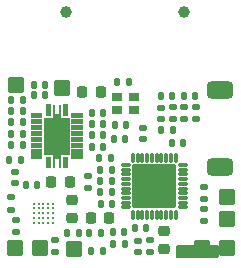
<source format=gbr>
%TF.GenerationSoftware,KiCad,Pcbnew,8.0.4*%
%TF.CreationDate,2024-11-25T16:13:59-04:00*%
%TF.ProjectId,Beacon-WirelessCharge,42656163-6f6e-42d5-9769-72656c657373,rev?*%
%TF.SameCoordinates,Original*%
%TF.FileFunction,Soldermask,Top*%
%TF.FilePolarity,Negative*%
%FSLAX46Y46*%
G04 Gerber Fmt 4.6, Leading zero omitted, Abs format (unit mm)*
G04 Created by KiCad (PCBNEW 8.0.4) date 2024-11-25 16:13:59*
%MOMM*%
%LPD*%
G01*
G04 APERTURE LIST*
G04 Aperture macros list*
%AMRoundRect*
0 Rectangle with rounded corners*
0 $1 Rounding radius*
0 $2 $3 $4 $5 $6 $7 $8 $9 X,Y pos of 4 corners*
0 Add a 4 corners polygon primitive as box body*
4,1,4,$2,$3,$4,$5,$6,$7,$8,$9,$2,$3,0*
0 Add four circle primitives for the rounded corners*
1,1,$1+$1,$2,$3*
1,1,$1+$1,$4,$5*
1,1,$1+$1,$6,$7*
1,1,$1+$1,$8,$9*
0 Add four rect primitives between the rounded corners*
20,1,$1+$1,$2,$3,$4,$5,0*
20,1,$1+$1,$4,$5,$6,$7,0*
20,1,$1+$1,$6,$7,$8,$9,0*
20,1,$1+$1,$8,$9,$2,$3,0*%
G04 Aperture macros list end*
%ADD10C,0.000000*%
%ADD11RoundRect,0.147500X-0.172500X0.147500X-0.172500X-0.147500X0.172500X-0.147500X0.172500X0.147500X0*%
%ADD12RoundRect,0.140000X-0.140000X-0.170000X0.140000X-0.170000X0.140000X0.170000X-0.140000X0.170000X0*%
%ADD13RoundRect,0.225000X-0.250000X0.225000X-0.250000X-0.225000X0.250000X-0.225000X0.250000X0.225000X0*%
%ADD14RoundRect,0.135000X0.135000X0.185000X-0.135000X0.185000X-0.135000X-0.185000X0.135000X-0.185000X0*%
%ADD15RoundRect,0.225000X0.225000X0.250000X-0.225000X0.250000X-0.225000X-0.250000X0.225000X-0.250000X0*%
%ADD16RoundRect,0.140000X-0.170000X0.140000X-0.170000X-0.140000X0.170000X-0.140000X0.170000X0.140000X0*%
%ADD17RoundRect,0.140000X0.140000X0.170000X-0.140000X0.170000X-0.140000X-0.170000X0.140000X-0.170000X0*%
%ADD18RoundRect,0.140000X-0.560000X-0.560000X0.560000X-0.560000X0.560000X0.560000X-0.560000X0.560000X0*%
%ADD19RoundRect,0.147500X-0.147500X-0.172500X0.147500X-0.172500X0.147500X0.172500X-0.147500X0.172500X0*%
%ADD20O,0.352400X1.002400*%
%ADD21O,1.002400X0.352400*%
%ADD22RoundRect,0.076200X1.750000X-1.750000X1.750000X1.750000X-1.750000X1.750000X-1.750000X-1.750000X0*%
%ADD23R,0.280000X0.850000*%
%ADD24R,0.850000X0.280000*%
%ADD25RoundRect,0.218750X0.218750X0.256250X-0.218750X0.256250X-0.218750X-0.256250X0.218750X-0.256250X0*%
%ADD26RoundRect,0.135000X-0.185000X0.135000X-0.185000X-0.135000X0.185000X-0.135000X0.185000X0.135000X0*%
%ADD27C,1.000000*%
%ADD28RoundRect,0.140000X0.170000X-0.140000X0.170000X0.140000X-0.170000X0.140000X-0.170000X-0.140000X0*%
%ADD29RoundRect,0.368300X-0.733300X0.368300X-0.733300X-0.368300X0.733300X-0.368300X0.733300X0.368300X0*%
%ADD30RoundRect,0.218750X-0.218750X-0.256250X0.218750X-0.256250X0.218750X0.256250X-0.218750X0.256250X0*%
%ADD31RoundRect,0.135000X0.185000X-0.135000X0.185000X0.135000X-0.185000X0.135000X-0.185000X-0.135000X0*%
%ADD32RoundRect,0.135000X-0.135000X-0.185000X0.135000X-0.185000X0.135000X0.185000X-0.135000X0.185000X0*%
%ADD33R,0.900000X0.800000*%
%ADD34RoundRect,0.147500X0.172500X-0.147500X0.172500X0.147500X-0.172500X0.147500X-0.172500X-0.147500X0*%
%ADD35C,0.226000*%
G04 APERTURE END LIST*
D10*
%TO.C,U1*%
G36*
X47030000Y-61960001D02*
G01*
X46039999Y-61960001D01*
X46039999Y-61539999D01*
X47030000Y-61539999D01*
X47030000Y-61960001D01*
G37*
G36*
X47030000Y-62460000D02*
G01*
X46039999Y-62460000D01*
X46039999Y-62040000D01*
X47030000Y-62040000D01*
X47030000Y-62460000D01*
G37*
G36*
X47030000Y-62960001D02*
G01*
X46039999Y-62960001D01*
X46039999Y-62539999D01*
X47030000Y-62539999D01*
X47030000Y-62960001D01*
G37*
G36*
X47030000Y-63460000D02*
G01*
X46039999Y-63460000D01*
X46039999Y-63040001D01*
X47030000Y-63040001D01*
X47030000Y-63460000D01*
G37*
G36*
X47030000Y-63959999D02*
G01*
X46039999Y-63959999D01*
X46039999Y-63540000D01*
X47030000Y-63540000D01*
X47030000Y-63959999D01*
G37*
G36*
X47030000Y-64460001D02*
G01*
X46039999Y-64460001D01*
X46039999Y-64039999D01*
X47030000Y-64039999D01*
X47030000Y-64460001D01*
G37*
G36*
X47030000Y-64960000D02*
G01*
X46039999Y-64960000D01*
X46039999Y-64540000D01*
X47030000Y-64540000D01*
X47030000Y-64960000D01*
G37*
G36*
X47030000Y-65460001D02*
G01*
X46039999Y-65460001D01*
X46039999Y-65039999D01*
X47030000Y-65039999D01*
X47030000Y-65460001D01*
G37*
G36*
X47666300Y-65088499D02*
G01*
X47171500Y-65088499D01*
X47171500Y-61911501D01*
X47666300Y-61911501D01*
X47666300Y-65088499D01*
G37*
G36*
X49348500Y-65040000D02*
G01*
X47200000Y-65040000D01*
X47171500Y-61911501D01*
X49348500Y-61911501D01*
X49348500Y-65040000D01*
G37*
G36*
X49348500Y-63300000D02*
G01*
X47171500Y-63300000D01*
X47171500Y-62912600D01*
X49348500Y-62912600D01*
X49348500Y-63300000D01*
G37*
G36*
X49348500Y-64087400D02*
G01*
X47171500Y-64087400D01*
X47171500Y-63700000D01*
X49348500Y-63700000D01*
X49348500Y-64087400D01*
G37*
G36*
X49348500Y-65088499D02*
G01*
X47171500Y-65088499D01*
X47171500Y-64487400D01*
X49348500Y-64487400D01*
X49348500Y-65088499D01*
G37*
G36*
X47720001Y-61769998D02*
G01*
X47299999Y-61769998D01*
X47299999Y-60780000D01*
X47720001Y-60780000D01*
X47720001Y-61769998D01*
G37*
G36*
X47720001Y-66220000D02*
G01*
X47299999Y-66220000D01*
X47299999Y-65230002D01*
X47720001Y-65230002D01*
X47720001Y-66220000D01*
G37*
G36*
X48453700Y-65088499D02*
G01*
X48066300Y-65088499D01*
X48066300Y-61911501D01*
X48453700Y-61911501D01*
X48453700Y-65088499D01*
G37*
G36*
X49220001Y-61769998D02*
G01*
X48799999Y-61769998D01*
X48799999Y-60780000D01*
X49220001Y-60780000D01*
X49220001Y-61769998D01*
G37*
G36*
X49220001Y-66220000D02*
G01*
X48799999Y-66220000D01*
X48799999Y-65230002D01*
X49220001Y-65230002D01*
X49220001Y-66220000D01*
G37*
G36*
X49348500Y-65088499D02*
G01*
X48853700Y-65088499D01*
X48853700Y-61911501D01*
X49348500Y-61911501D01*
X49348500Y-65088499D01*
G37*
G36*
X50480001Y-61960001D02*
G01*
X49490000Y-61960001D01*
X49490000Y-61539999D01*
X50480001Y-61539999D01*
X50480001Y-61960001D01*
G37*
G36*
X50480001Y-62460000D02*
G01*
X49490000Y-62460000D01*
X49490000Y-62040000D01*
X50480001Y-62040000D01*
X50480001Y-62460000D01*
G37*
G36*
X50480001Y-62960001D02*
G01*
X49490000Y-62960001D01*
X49490000Y-62539999D01*
X50480001Y-62539999D01*
X50480001Y-62960001D01*
G37*
G36*
X50480001Y-63460000D02*
G01*
X49490000Y-63460000D01*
X49490000Y-63040001D01*
X50480001Y-63040001D01*
X50480001Y-63460000D01*
G37*
G36*
X50480001Y-63959999D02*
G01*
X49490000Y-63959999D01*
X49490000Y-63540000D01*
X50480001Y-63540000D01*
X50480001Y-63959999D01*
G37*
G36*
X50480001Y-64460001D02*
G01*
X49490000Y-64460001D01*
X49490000Y-64039999D01*
X50480001Y-64039999D01*
X50480001Y-64460001D01*
G37*
G36*
X50480001Y-64960000D02*
G01*
X49490000Y-64960000D01*
X49490000Y-64540000D01*
X50480001Y-64540000D01*
X50480001Y-64960000D01*
G37*
G36*
X50480001Y-65460001D02*
G01*
X49490000Y-65460001D01*
X49490000Y-65039999D01*
X50480001Y-65039999D01*
X50480001Y-65460001D01*
G37*
G36*
X48100000Y-61575001D02*
G01*
X48420000Y-61575001D01*
X48420000Y-60850001D01*
X48635000Y-60850001D01*
X48635000Y-61975001D01*
X47885000Y-61975001D01*
X47885000Y-60850001D01*
X48100000Y-60850001D01*
X48100000Y-61575001D01*
G37*
G36*
X48100000Y-61575001D02*
G01*
X48420000Y-61575001D01*
X48420000Y-60850001D01*
X48635000Y-60850001D01*
X48635000Y-61975001D01*
X47885000Y-61975001D01*
X47885000Y-60850001D01*
X48100000Y-60850001D01*
X48100000Y-61575001D01*
G37*
G36*
X48635000Y-66149999D02*
G01*
X48420000Y-66149999D01*
X48420000Y-65424999D01*
X48100000Y-65424999D01*
X48100000Y-66149999D01*
X47885000Y-66149999D01*
X47885000Y-65024999D01*
X48635000Y-65024999D01*
X48635000Y-66149999D01*
G37*
G36*
X48635000Y-66149999D02*
G01*
X48420000Y-66149999D01*
X48420000Y-65424999D01*
X48100000Y-65424999D01*
X48100000Y-66149999D01*
X47885000Y-66149999D01*
X47885000Y-65024999D01*
X48635000Y-65024999D01*
X48635000Y-66149999D01*
G37*
%TD*%
D11*
%TO.C,L7*%
X60025000Y-61055000D03*
X60025000Y-62025000D03*
%TD*%
D12*
%TO.C,C29*%
X58990000Y-60080000D03*
X59950000Y-60080000D03*
%TD*%
D13*
%TO.C,C11*%
X57353200Y-71513400D03*
X57353200Y-73063400D03*
%TD*%
D14*
%TO.C,R5*%
X45214000Y-65532000D03*
X44194000Y-65532000D03*
%TD*%
D13*
%TO.C,C12*%
X49500000Y-68875000D03*
X49500000Y-70425000D03*
%TD*%
D15*
%TO.C,C23*%
X51950000Y-59750000D03*
X50400000Y-59750000D03*
%TD*%
D16*
%TO.C,C24*%
X57050000Y-61075000D03*
X57050000Y-62035000D03*
%TD*%
D12*
%TO.C,C2*%
X46306800Y-59120000D03*
X47266800Y-59120000D03*
%TD*%
D17*
%TO.C,C8*%
X52180000Y-62470000D03*
X51220000Y-62470000D03*
%TD*%
D12*
%TO.C,C3*%
X46306800Y-60045600D03*
X47266800Y-60045600D03*
%TD*%
D18*
%TO.C,J2*%
X44780000Y-59150000D03*
%TD*%
D17*
%TO.C,C21*%
X58050000Y-62960000D03*
X57090000Y-62960000D03*
%TD*%
D12*
%TO.C,C18*%
X57970000Y-64100000D03*
X58930000Y-64100000D03*
%TD*%
%TO.C,C1*%
X44401800Y-61391800D03*
X45361800Y-61391800D03*
%TD*%
D18*
%TO.C,J9*%
X60550000Y-72950000D03*
%TD*%
D12*
%TO.C,C22*%
X51220000Y-61550000D03*
X52180000Y-61550000D03*
%TD*%
D19*
%TO.C,L4*%
X57065000Y-60050000D03*
X58035000Y-60050000D03*
%TD*%
D12*
%TO.C,C5*%
X44404400Y-63271400D03*
X45364400Y-63271400D03*
%TD*%
D20*
%TO.C,U2*%
X54699998Y-70125000D03*
X55100000Y-70125000D03*
X55499999Y-70125000D03*
X55899998Y-70125000D03*
X56300000Y-70125000D03*
X56699999Y-70125000D03*
X57099999Y-70125000D03*
X57500000Y-70125000D03*
X57900000Y-70125000D03*
X58299999Y-70125000D03*
D21*
X58900000Y-69525001D03*
X58900000Y-69124999D03*
X58900000Y-68725000D03*
X58900000Y-68325001D03*
X58900000Y-67924999D03*
X58900000Y-67525000D03*
X58900000Y-67125001D03*
X58900000Y-66724999D03*
X58900000Y-66325000D03*
X58900000Y-65925001D03*
D20*
X58299999Y-65324999D03*
X57900000Y-65324999D03*
X57500000Y-65324999D03*
X57099999Y-65324999D03*
X56699999Y-65324999D03*
X56300000Y-65324999D03*
X55899998Y-65324999D03*
X55499999Y-65324999D03*
X55100000Y-65324999D03*
X54699998Y-65324999D03*
D21*
X54100000Y-65925001D03*
X54100000Y-66325000D03*
X54100000Y-66724999D03*
X54100000Y-67125001D03*
X54100000Y-67525000D03*
X54100000Y-67924999D03*
X54100000Y-68325001D03*
X54100000Y-68725000D03*
X54100000Y-69124999D03*
X54100000Y-69525001D03*
D22*
X56500000Y-67725000D03*
%TD*%
D23*
%TO.C,U1*%
X47509999Y-61275001D03*
D24*
X46535000Y-61750001D03*
X46535000Y-62250000D03*
X46535000Y-62749999D03*
X46535000Y-63250000D03*
X46535000Y-63750000D03*
X46535000Y-64250001D03*
X46535000Y-64750000D03*
X46535000Y-65249999D03*
D23*
X47509999Y-65724999D03*
X49010001Y-65724999D03*
D24*
X49985000Y-65249999D03*
X49985000Y-64750000D03*
X49985000Y-64250001D03*
X49985000Y-63750000D03*
X49985000Y-63250000D03*
X49985000Y-62749999D03*
X49985000Y-62250000D03*
X49985000Y-61750001D03*
D23*
X49010001Y-61275001D03*
%TD*%
D17*
%TO.C,C27*%
X54320000Y-58920000D03*
X53360000Y-58920000D03*
%TD*%
D25*
%TO.C,L2*%
X52700000Y-70400000D03*
X51125000Y-70400000D03*
%TD*%
D17*
%TO.C,C30*%
X46600000Y-67650000D03*
X45640000Y-67650000D03*
%TD*%
D18*
%TO.C,J5*%
X44725000Y-72975000D03*
%TD*%
D17*
%TO.C,C14*%
X52130000Y-73250000D03*
X51170000Y-73250000D03*
%TD*%
D16*
%TO.C,C32*%
X59050000Y-61045000D03*
X59050000Y-62005000D03*
%TD*%
D12*
%TO.C,C31*%
X44400000Y-60460000D03*
X45360000Y-60460000D03*
%TD*%
D14*
%TO.C,R8*%
X52020000Y-71675000D03*
X51000000Y-71675000D03*
%TD*%
D26*
%TO.C,TH1*%
X48100000Y-72255000D03*
X48100000Y-73275000D03*
%TD*%
D11*
%TO.C,D1*%
X55100000Y-72330000D03*
X55100000Y-73300000D03*
%TD*%
D14*
%TO.C,R6*%
X52825000Y-65350000D03*
X51805000Y-65350000D03*
%TD*%
D17*
%TO.C,C10*%
X52160000Y-63400000D03*
X51200000Y-63400000D03*
%TD*%
D18*
%TO.C,J6*%
X46800000Y-72950000D03*
%TD*%
D27*
%TO.C,Fiducial_0.5_1_A*%
X49000000Y-53000000D03*
%TD*%
D18*
%TO.C,J1*%
X48725000Y-59450000D03*
%TD*%
D28*
%TO.C,C19*%
X55530000Y-63740000D03*
X55530000Y-62780000D03*
%TD*%
D29*
%TO.C,AE1*%
X62090000Y-59600000D03*
X62080000Y-66100000D03*
%TD*%
D26*
%TO.C,R3*%
X60700000Y-69690000D03*
X60700000Y-70710000D03*
%TD*%
D30*
%TO.C,L6*%
X47775000Y-67400000D03*
X49350000Y-67400000D03*
%TD*%
D31*
%TO.C,R1*%
X56100000Y-73300000D03*
X56100000Y-72280000D03*
%TD*%
D27*
%TO.C,Fiducial_0.5_1_B*%
X59000000Y-53000000D03*
%TD*%
D12*
%TO.C,C7*%
X44401800Y-62331600D03*
X45361800Y-62331600D03*
%TD*%
D18*
%TO.C,J3*%
X62650000Y-68650000D03*
%TD*%
D28*
%TO.C,C25*%
X44800000Y-71580000D03*
X44800000Y-70620000D03*
%TD*%
D32*
%TO.C,R7*%
X51941000Y-66319400D03*
X52961000Y-66319400D03*
%TD*%
D17*
%TO.C,C17*%
X52895000Y-68250000D03*
X51935000Y-68250000D03*
%TD*%
D33*
%TO.C,Y1*%
X54780000Y-60170000D03*
X53380000Y-60170000D03*
X53380000Y-61270000D03*
X54780000Y-61270000D03*
%TD*%
D17*
%TO.C,C13*%
X53970000Y-71628000D03*
X53010000Y-71628000D03*
%TD*%
D16*
%TO.C,C16*%
X60700000Y-67818000D03*
X60700000Y-68778000D03*
%TD*%
D34*
%TO.C,L3*%
X58050000Y-62015000D03*
X58050000Y-61045000D03*
%TD*%
D14*
%TO.C,R11*%
X54050000Y-72600000D03*
X53030000Y-72600000D03*
%TD*%
D18*
%TO.C,J8*%
X49700000Y-73000000D03*
%TD*%
D35*
%TO.C,U3*%
X46300000Y-69200000D03*
X46700000Y-69200000D03*
X47100000Y-69200000D03*
X47500000Y-69200000D03*
X47900000Y-69200000D03*
X46300000Y-69600000D03*
X46700000Y-69600000D03*
X47100000Y-69600000D03*
X47500000Y-69600000D03*
X47900000Y-69600000D03*
X46300000Y-70000000D03*
X46700000Y-70000000D03*
X47100000Y-70000000D03*
X47500000Y-70000000D03*
X47900000Y-70000000D03*
X46300000Y-70400000D03*
X46700000Y-70400000D03*
X47100000Y-70400000D03*
X47500000Y-70400000D03*
X47900000Y-70400000D03*
X46300000Y-70800000D03*
X46700000Y-70800000D03*
X47100000Y-70800000D03*
X47500000Y-70800000D03*
X47900000Y-70800000D03*
%TD*%
D12*
%TO.C,C6*%
X44401800Y-64211200D03*
X45361800Y-64211200D03*
%TD*%
D17*
%TO.C,C15*%
X52905000Y-67300000D03*
X51945000Y-67300000D03*
%TD*%
D19*
%TO.C,L1*%
X51950000Y-69200000D03*
X52920000Y-69200000D03*
%TD*%
D12*
%TO.C,C4*%
X54840000Y-71300000D03*
X55800000Y-71300000D03*
%TD*%
D26*
%TO.C,R10*%
X44400000Y-68680000D03*
X44400000Y-69700000D03*
%TD*%
D28*
%TO.C,C28*%
X44700000Y-67480000D03*
X44700000Y-66520000D03*
%TD*%
D18*
%TO.C,J4*%
X62650000Y-70525000D03*
%TD*%
D12*
%TO.C,C20*%
X53060000Y-63740000D03*
X54020000Y-63740000D03*
%TD*%
D31*
%TO.C,R2*%
X50900000Y-67910000D03*
X50900000Y-66890000D03*
%TD*%
D12*
%TO.C,C26*%
X53160000Y-62510000D03*
X54120000Y-62510000D03*
%TD*%
D32*
%TO.C,R4*%
X49080000Y-71675000D03*
X50100000Y-71675000D03*
%TD*%
D18*
%TO.C,J7*%
X62625000Y-72950000D03*
%TD*%
D17*
%TO.C,C9*%
X52160000Y-64370000D03*
X51200000Y-64370000D03*
%TD*%
G36*
X61893039Y-72719685D02*
G01*
X61938794Y-72772489D01*
X61950000Y-72824000D01*
X61950000Y-73676000D01*
X61930315Y-73743039D01*
X61877511Y-73788794D01*
X61826000Y-73800000D01*
X58474000Y-73800000D01*
X58406961Y-73780315D01*
X58361206Y-73727511D01*
X58350000Y-73676000D01*
X58350000Y-72824000D01*
X58369685Y-72756961D01*
X58422489Y-72711206D01*
X58474000Y-72700000D01*
X61826000Y-72700000D01*
X61893039Y-72719685D01*
G37*
M02*

</source>
